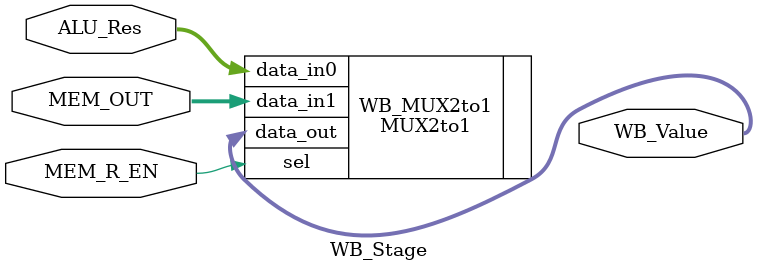
<source format=v>
module WB_Stage #(
    parameter DATA_LEN = 32
) (
    input  wire                          MEM_R_EN,
    input  wire      [DATA_LEN - 1 : 0]  ALU_Res,
    input  wire      [DATA_LEN - 1 : 0]  MEM_OUT,
    output wire      [DATA_LEN - 1 : 0]  WB_Value
);

    MUX2to1 #(
        .DATA_LEN(DATA_LEN)
    ) WB_MUX2to1 (
        .data_in0(ALU_Res),
        .data_in1(MEM_OUT),
        .sel(MEM_R_EN),
        .data_out(WB_Value)
    );

        
endmodule

</source>
